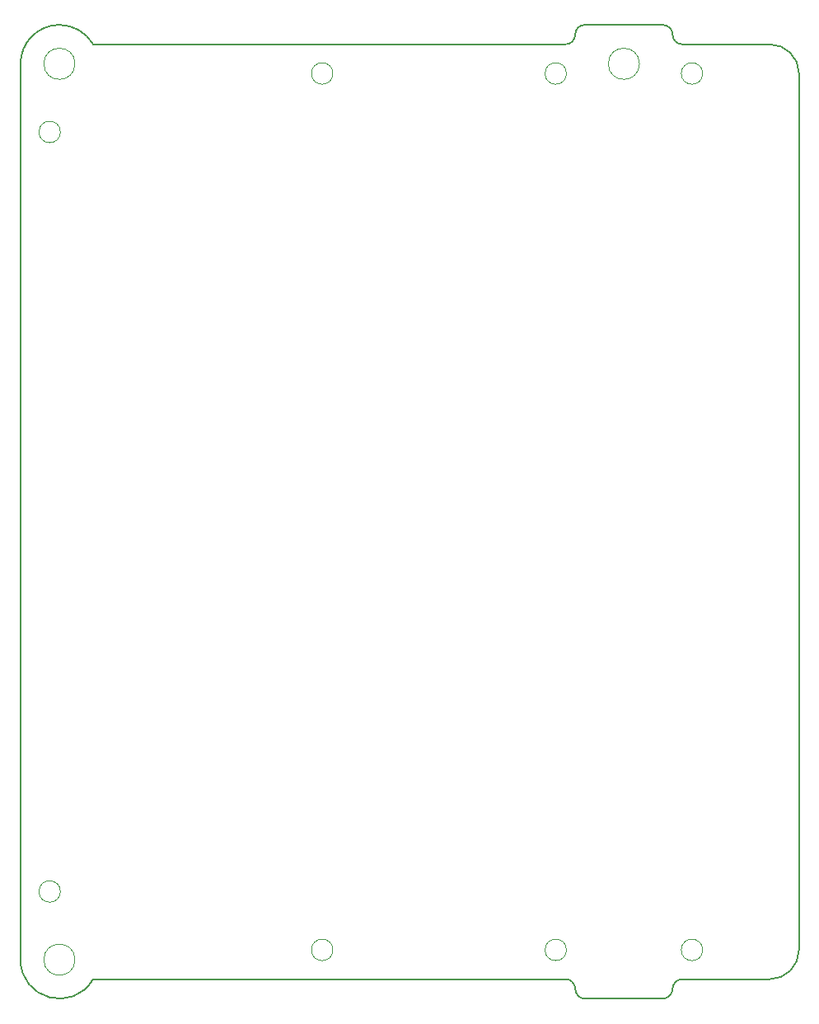
<source format=gbr>
%TF.GenerationSoftware,KiCad,Pcbnew,9.0.3*%
%TF.CreationDate,2025-09-01T16:02:37+03:00*%
%TF.ProjectId,PMCNV-DI16,504d434e-562d-4444-9931-362e6b696361,rev?*%
%TF.SameCoordinates,Original*%
%TF.FileFunction,Profile,NP*%
%FSLAX46Y46*%
G04 Gerber Fmt 4.6, Leading zero omitted, Abs format (unit mm)*
G04 Created by KiCad (PCBNEW 9.0.3) date 2025-09-01 16:02:37*
%MOMM*%
%LPD*%
G01*
G04 APERTURE LIST*
%TA.AperFunction,Profile*%
%ADD10C,0.200000*%
%TD*%
%TA.AperFunction,Profile*%
%ADD11C,0.050000*%
%TD*%
G04 APERTURE END LIST*
D10*
X17000000Y49000000D02*
G75*
G02*
X16000000Y48000000I-1000000J0D01*
G01*
X37000000Y48000000D02*
X28000000Y48000000D01*
X27000000Y-49000000D02*
G75*
G02*
X28000000Y-48000000I1000000J0D01*
G01*
X28000000Y-48000000D02*
X37000000Y-48000000D01*
X-32535899Y-48000000D02*
G75*
G02*
X-39999999Y-46000000I-3464101J2000000D01*
G01*
X26000000Y50000000D02*
X18000000Y50000000D01*
X18000000Y-50000000D02*
X26000000Y-50000000D01*
X-32527027Y48000000D02*
X16000000Y48000000D01*
X26000000Y50000000D02*
G75*
G02*
X27000000Y49000000I0J-1000000D01*
G01*
X40000000Y-45000000D02*
G75*
G02*
X37000000Y-48000000I-3000000J0D01*
G01*
X37000000Y48000000D02*
G75*
G02*
X40000000Y45000000I0J-3000000D01*
G01*
X27000000Y-49000000D02*
G75*
G02*
X26000000Y-50000000I-1000000J0D01*
G01*
X16000000Y-48000000D02*
G75*
G02*
X17000000Y-49000000I0J-1000000D01*
G01*
X28000000Y48000000D02*
G75*
G02*
X27000000Y49000000I0J1000000D01*
G01*
X16000000Y-48000000D02*
X-32535900Y-48000000D01*
X-40000000Y46000000D02*
G75*
G02*
X-36000000Y50000000I4000000J0D01*
G01*
X-36000000Y50000000D02*
G75*
G02*
X-32533686Y47996164I0J-4000000D01*
G01*
X17000000Y49000000D02*
G75*
G02*
X18000000Y50000000I1000000J0D01*
G01*
X40000000Y45000000D02*
X40000000Y-45000000D01*
X18000000Y-50000000D02*
G75*
G02*
X17000000Y-49000000I0J1000000D01*
G01*
X-40000000Y46000000D02*
X-40000000Y-46000000D01*
D11*
%TO.C,U2*%
X-35900000Y39000000D02*
G75*
G02*
X-38100000Y39000000I-1100000J0D01*
G01*
X-38100000Y39000000D02*
G75*
G02*
X-35900000Y39000000I1100000J0D01*
G01*
X-35900000Y-39000000D02*
G75*
G02*
X-38100000Y-39000000I-1100000J0D01*
G01*
X-38100000Y-39000000D02*
G75*
G02*
X-35900000Y-39000000I1100000J0D01*
G01*
X-7900000Y45000000D02*
G75*
G02*
X-10100000Y45000000I-1100000J0D01*
G01*
X-10100000Y45000000D02*
G75*
G02*
X-7900000Y45000000I1100000J0D01*
G01*
X-7900000Y-45000000D02*
G75*
G02*
X-10100000Y-45000000I-1100000J0D01*
G01*
X-10100000Y-45000000D02*
G75*
G02*
X-7900000Y-45000000I1100000J0D01*
G01*
%TO.C,H4*%
X-34400000Y46000000D02*
G75*
G02*
X-37600000Y46000000I-1600000J0D01*
G01*
X-37600000Y46000000D02*
G75*
G02*
X-34400000Y46000000I1600000J0D01*
G01*
%TO.C,H5*%
X23600000Y46000000D02*
G75*
G02*
X20400000Y46000000I-1600000J0D01*
G01*
X20400000Y46000000D02*
G75*
G02*
X23600000Y46000000I1600000J0D01*
G01*
%TO.C,SP1*%
X16100000Y45000000D02*
G75*
G02*
X13900000Y45000000I-1100000J0D01*
G01*
X13900000Y45000000D02*
G75*
G02*
X16100000Y45000000I1100000J0D01*
G01*
X16100000Y-45000000D02*
G75*
G02*
X13900000Y-45000000I-1100000J0D01*
G01*
X13900000Y-45000000D02*
G75*
G02*
X16100000Y-45000000I1100000J0D01*
G01*
X30100000Y45000000D02*
G75*
G02*
X27900000Y45000000I-1100000J0D01*
G01*
X27900000Y45000000D02*
G75*
G02*
X30100000Y45000000I1100000J0D01*
G01*
X30100000Y-45000000D02*
G75*
G02*
X27900000Y-45000000I-1100000J0D01*
G01*
X27900000Y-45000000D02*
G75*
G02*
X30100000Y-45000000I1100000J0D01*
G01*
%TO.C,H6*%
X-34400000Y-46000000D02*
G75*
G02*
X-37600000Y-46000000I-1600000J0D01*
G01*
X-37600000Y-46000000D02*
G75*
G02*
X-34400000Y-46000000I1600000J0D01*
G01*
%TD*%
M02*

</source>
